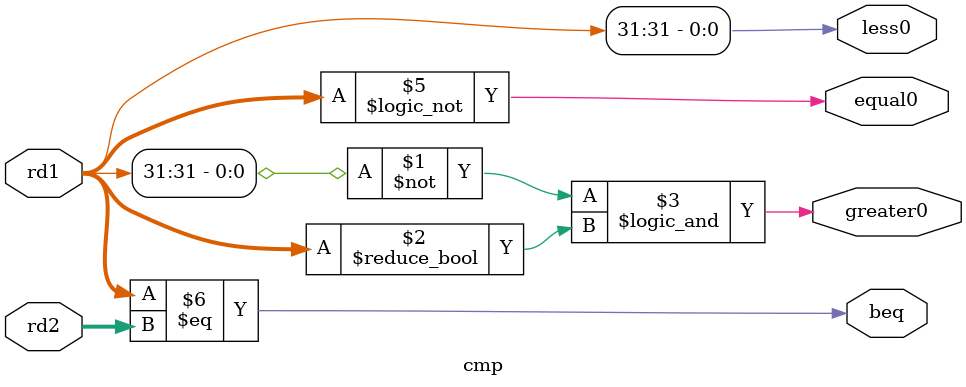
<source format=v>
`timescale 1ns / 1ps

module cmp(
    input [31:0] rd1,
    input [31:0] rd2,
    output beq,
	 output greater0,
	 output less0,
	 output equal0
    );
	assign greater0 = (rd1[31]==0&&rd1!=0);
	assign less0 = (rd1[31]==1);
	assign equal0 = (rd1==0);
	assign beq  = (rd1==rd2);


endmodule

</source>
